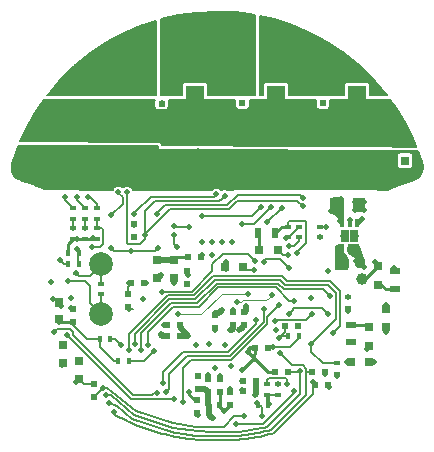
<source format=gbr>
G04 #@! TF.GenerationSoftware,KiCad,Pcbnew,(5.1.5)-3*
G04 #@! TF.CreationDate,2020-08-22T17:19:44-02:30*
G04 #@! TF.ProjectId,Thruster_Controller_V2,54687275-7374-4657-925f-436f6e74726f,rev?*
G04 #@! TF.SameCoordinates,Original*
G04 #@! TF.FileFunction,Copper,L1,Top*
G04 #@! TF.FilePolarity,Positive*
%FSLAX46Y46*%
G04 Gerber Fmt 4.6, Leading zero omitted, Abs format (unit mm)*
G04 Created by KiCad (PCBNEW (5.1.5)-3) date 2020-08-22 17:19:44*
%MOMM*%
%LPD*%
G04 APERTURE LIST*
%ADD10R,1.600000X3.500000*%
%ADD11R,0.500000X0.600000*%
%ADD12C,4.000000*%
%ADD13R,0.750000X0.800000*%
%ADD14R,0.800000X0.750000*%
%ADD15R,0.800000X0.800000*%
%ADD16R,0.400000X0.600000*%
%ADD17R,0.600000X0.500000*%
%ADD18R,0.600000X0.400000*%
%ADD19R,2.500000X1.850000*%
%ADD20C,2.000000*%
%ADD21R,0.900000X0.500000*%
%ADD22C,1.000000*%
%ADD23R,1.000000X1.250000*%
%ADD24R,0.500000X0.900000*%
%ADD25R,0.800000X1.000000*%
%ADD26R,0.350000X0.650000*%
%ADD27C,0.500000*%
%ADD28C,0.250000*%
%ADD29C,0.500000*%
%ADD30C,0.127000*%
%ADD31C,0.101600*%
%ADD32C,0.200000*%
G04 APERTURE END LIST*
D10*
X98150000Y-93500000D03*
X98150000Y-88100000D03*
D11*
X102250000Y-106600000D03*
X102250000Y-105500000D03*
X97475000Y-103150000D03*
X97475000Y-102050000D03*
D12*
X91950000Y-84400000D03*
X99800000Y-82600000D03*
X107800000Y-84150000D03*
D13*
X96350000Y-101150000D03*
X96350000Y-102650000D03*
X94950000Y-102650000D03*
X94950000Y-101150000D03*
D14*
X102200000Y-101725000D03*
X100700000Y-101725000D03*
D15*
X103575000Y-100300000D03*
X105175000Y-100300000D03*
X113625000Y-103225000D03*
X113625000Y-101625000D03*
D16*
X100180000Y-113440000D03*
X99280000Y-113440000D03*
D15*
X115925000Y-92725000D03*
X115925000Y-91125000D03*
D17*
X104900000Y-110600000D03*
X106000000Y-110600000D03*
X108300000Y-111700000D03*
X109400000Y-111700000D03*
D11*
X89550000Y-112700000D03*
X89550000Y-111600000D03*
D17*
X109150000Y-110650000D03*
X108050000Y-110650000D03*
D11*
X92950000Y-98125000D03*
X92950000Y-99225000D03*
D18*
X88800000Y-97650000D03*
X88800000Y-96750000D03*
X87800000Y-97650000D03*
X87800000Y-96750000D03*
X89800000Y-96750000D03*
X89800000Y-97650000D03*
X88800000Y-98450000D03*
X88800000Y-99350000D03*
X87800000Y-98450000D03*
X87800000Y-99350000D03*
X89800000Y-99350000D03*
X89800000Y-98450000D03*
D16*
X88300000Y-101500000D03*
X87400000Y-101500000D03*
X88300000Y-100500000D03*
X87400000Y-100500000D03*
D19*
X89900000Y-89175000D03*
X89825000Y-93550000D03*
D16*
X106900000Y-107600000D03*
X106000000Y-107600000D03*
D11*
X87800000Y-105250000D03*
X87800000Y-106350000D03*
D13*
X86600000Y-104650000D03*
X86600000Y-106150000D03*
D18*
X90200000Y-104050000D03*
X90200000Y-103150000D03*
D20*
X90200000Y-101500000D03*
X90200000Y-105700000D03*
D15*
X112825000Y-106775000D03*
X112825000Y-108375000D03*
D21*
X111375000Y-108100000D03*
X111375000Y-106600000D03*
D22*
X112275000Y-102750000D03*
D10*
X105000000Y-88100000D03*
X105000000Y-93500000D03*
X111850000Y-93500000D03*
X111850000Y-88100000D03*
D23*
X112050000Y-96450000D03*
X110050000Y-96450000D03*
D14*
X110625000Y-101425000D03*
X112125000Y-101425000D03*
D17*
X98600000Y-100900000D03*
X97500000Y-100900000D03*
X107850000Y-87850000D03*
X108950000Y-87850000D03*
X102150000Y-87850000D03*
X101050000Y-87850000D03*
X94200000Y-87900000D03*
X95300000Y-87900000D03*
D13*
X114275000Y-105300000D03*
X114275000Y-106800000D03*
D14*
X112825000Y-109775000D03*
X111325000Y-109775000D03*
D11*
X98350000Y-112050000D03*
X98350000Y-110950000D03*
D13*
X86950000Y-109850000D03*
X86950000Y-108350000D03*
D11*
X100250000Y-112275000D03*
X100250000Y-111175000D03*
D13*
X88325000Y-109675000D03*
X88325000Y-111175000D03*
D11*
X101125000Y-112275000D03*
X101125000Y-113375000D03*
D17*
X103275000Y-111375000D03*
X102175000Y-111375000D03*
D11*
X99225000Y-112275000D03*
X99225000Y-111175000D03*
D17*
X102175000Y-112225000D03*
X103275000Y-112225000D03*
X103190000Y-108600000D03*
X104290000Y-108600000D03*
D11*
X98300000Y-114075000D03*
X98300000Y-112975000D03*
D17*
X105720000Y-106720000D03*
X106820000Y-106720000D03*
X92675000Y-103100000D03*
X93775000Y-103100000D03*
D11*
X92500000Y-105125000D03*
X92500000Y-104025000D03*
X101375000Y-106600000D03*
X101375000Y-105500000D03*
D17*
X96825000Y-107525000D03*
X95725000Y-107525000D03*
X95725000Y-106650000D03*
X96825000Y-106650000D03*
D11*
X99850000Y-106850000D03*
X99850000Y-105750000D03*
D18*
X106975000Y-98325000D03*
X106975000Y-99225000D03*
X104225000Y-112550000D03*
X104225000Y-111650000D03*
X105975000Y-98325000D03*
X105975000Y-99225000D03*
D24*
X104925000Y-98875000D03*
X103425000Y-98875000D03*
D16*
X104350000Y-113425000D03*
X103450000Y-113425000D03*
D18*
X105200000Y-112550000D03*
X105200000Y-111650000D03*
D21*
X115050000Y-103600000D03*
X115050000Y-102100000D03*
D18*
X108700000Y-98300000D03*
X108700000Y-99200000D03*
X110150000Y-109850000D03*
X110150000Y-110750000D03*
X111050000Y-105200000D03*
X111050000Y-104300000D03*
D16*
X91625000Y-109700000D03*
X92525000Y-109700000D03*
X90975000Y-107800000D03*
X90075000Y-107800000D03*
D25*
X110820000Y-99075000D03*
X111620000Y-99075000D03*
D26*
X110570000Y-98025000D03*
X111220000Y-98025000D03*
X111870000Y-98025000D03*
X111870000Y-100125000D03*
X111220000Y-100125000D03*
X110570000Y-100125000D03*
D22*
X84775000Y-90050000D03*
D27*
X107500000Y-84800000D03*
X86100000Y-104400000D03*
X108300000Y-82400000D03*
X107300000Y-82400000D03*
X109400000Y-83200000D03*
X108400000Y-83200000D03*
X107600000Y-83200000D03*
X106800000Y-83200000D03*
X108800000Y-84000000D03*
X108000000Y-84000000D03*
X107200000Y-84000000D03*
X106400000Y-84000000D03*
X99500000Y-80700000D03*
X100200000Y-81600000D03*
X98900000Y-81600000D03*
X98200000Y-82400000D03*
X99100000Y-82400000D03*
X100200000Y-82400000D03*
X101200000Y-82400000D03*
X100700000Y-83200000D03*
X99600000Y-83200000D03*
X98600000Y-83200000D03*
X100200000Y-84000000D03*
X99100000Y-84000000D03*
X93300000Y-83300000D03*
X92800000Y-82600000D03*
X91600000Y-82600000D03*
X92200000Y-83300000D03*
X91600000Y-84000000D03*
X91100000Y-83300000D03*
X89750000Y-92775000D03*
X89800000Y-93800000D03*
X100650000Y-108300000D03*
X99325000Y-108275000D03*
X88075000Y-111425000D03*
X86850000Y-110050000D03*
X88275000Y-109675000D03*
X86900000Y-108250000D03*
X111875000Y-89675000D03*
X111875000Y-88950000D03*
X111150000Y-88950000D03*
X111150000Y-89675000D03*
X104225000Y-89575000D03*
X104275000Y-88925000D03*
X92125000Y-89425000D03*
X109750000Y-89425000D03*
X108900000Y-89425000D03*
X108125000Y-89425000D03*
X107375000Y-89425000D03*
X106725000Y-89425000D03*
X105950000Y-89425000D03*
X107350000Y-90900000D03*
X105975000Y-90900000D03*
X100850000Y-89425000D03*
X100050000Y-89425000D03*
X99225000Y-89425000D03*
X98425000Y-89425000D03*
X97775000Y-89425000D03*
X97150000Y-89425000D03*
X97150000Y-90900000D03*
X98425000Y-90900000D03*
X91325000Y-89425000D03*
X90575000Y-89425000D03*
X89700000Y-89425000D03*
X88925000Y-89425000D03*
X88200000Y-89425000D03*
X110425000Y-97800000D03*
X110450000Y-95975000D03*
X110425000Y-96975000D03*
X109625000Y-96975000D03*
X96387500Y-101112500D03*
X112300000Y-97625000D03*
X89250000Y-90100000D03*
X88400000Y-90050000D03*
X97775000Y-90900000D03*
X97450000Y-90150000D03*
X98100000Y-90150000D03*
X106700000Y-90900000D03*
X106350000Y-90175000D03*
X107025000Y-90175000D03*
X97500000Y-100900000D03*
X83850000Y-90825000D03*
X85450000Y-87725000D03*
X95525000Y-101150000D03*
X86175000Y-90525000D03*
X87175000Y-89650000D03*
X87100000Y-90375000D03*
X93400000Y-90400000D03*
X93350000Y-89200000D03*
X94000000Y-89775000D03*
X87950000Y-90700000D03*
X88800000Y-90700000D03*
X87650000Y-89000000D03*
X86700000Y-101150000D03*
X88825000Y-92700000D03*
X88825000Y-93450000D03*
X88850000Y-94250000D03*
X98375000Y-91925000D03*
X97800000Y-92450000D03*
X98375000Y-92850000D03*
X97825000Y-93600000D03*
X98325000Y-94250000D03*
X97800000Y-94925000D03*
X104475000Y-94975000D03*
X104475000Y-92775000D03*
X104800000Y-92050000D03*
X104125000Y-92050000D03*
X103025000Y-93525000D03*
X103025000Y-94300000D03*
X104075000Y-94300000D03*
X104075000Y-93550000D03*
X104825000Y-93550000D03*
X104825000Y-94300000D03*
X102050000Y-94275000D03*
X102050000Y-93550000D03*
X112275000Y-94850000D03*
X111425000Y-94850000D03*
X111150000Y-92825000D03*
X111800000Y-92825000D03*
X111800000Y-92125000D03*
X113725000Y-93550000D03*
X110975000Y-93575000D03*
X111775000Y-93575000D03*
X112825000Y-93575000D03*
X113725000Y-94275000D03*
X112825000Y-94275000D03*
X111775000Y-94275000D03*
X110975000Y-94275000D03*
X111675000Y-96925000D03*
X111675000Y-96200000D03*
X111800000Y-99100000D03*
X110625000Y-99100000D03*
X111750000Y-101250000D03*
X112400000Y-101700000D03*
X111850000Y-100400000D03*
X111225000Y-100400000D03*
X111225000Y-97775000D03*
X112425000Y-96200000D03*
X112400000Y-96925000D03*
X102150000Y-111350000D03*
X93220000Y-94340000D03*
X94090000Y-94350000D03*
X95130000Y-94340000D03*
X96010000Y-94340000D03*
X96020000Y-93630000D03*
X95140000Y-93630000D03*
X94080000Y-93620000D03*
X93240000Y-93620000D03*
X101100000Y-112050000D03*
X102100000Y-112125000D03*
X102100000Y-110450000D03*
X100275000Y-110975000D03*
X98175000Y-108300000D03*
X99825000Y-107075000D03*
X97525000Y-107525000D03*
X99550000Y-100700000D03*
X98750000Y-100700000D03*
X101250000Y-99600000D03*
X100400000Y-99600000D03*
X99550000Y-99600000D03*
X98750000Y-99600000D03*
X114975000Y-101850000D03*
X99200000Y-110850000D03*
X97649986Y-112300000D03*
X92550000Y-103075000D03*
X102654510Y-108936359D03*
X93725000Y-104475000D03*
X101197677Y-110115974D03*
X99800000Y-110265521D03*
X100775000Y-101275000D03*
X113275000Y-109800000D03*
X114275000Y-107200000D03*
X98350000Y-110950034D03*
X101100000Y-107100000D03*
X101824978Y-107100000D03*
X106820040Y-106720040D03*
X107950000Y-104375000D03*
X114813500Y-93250000D03*
X96325000Y-103049990D03*
X87775000Y-93725000D03*
X86950000Y-93175000D03*
X86350000Y-92400000D03*
X87200000Y-92250000D03*
X87875000Y-92800000D03*
X88150000Y-91925000D03*
X86700000Y-91700000D03*
X84475000Y-94375000D03*
X83575000Y-93875000D03*
X83625000Y-92175000D03*
X89150000Y-91850000D03*
X89775000Y-94800000D03*
X87656250Y-104356250D03*
X87593750Y-105193750D03*
X86750000Y-105050000D03*
X109100000Y-110800000D03*
X109450000Y-111850000D03*
X89511500Y-99250000D03*
X88100000Y-99350000D03*
X97475000Y-103150012D03*
X97575000Y-102375000D03*
X97600000Y-98350000D03*
X96359479Y-98250000D03*
X95299998Y-87873785D03*
X102150000Y-87850000D03*
X108950000Y-87850000D03*
X102149984Y-98100000D03*
X104600000Y-96650000D03*
X103144445Y-101946005D03*
X100601659Y-113936902D03*
X110425000Y-100325000D03*
X110925000Y-101225000D03*
X110325000Y-101675000D03*
X104764079Y-108464597D03*
X105850000Y-99275000D03*
X113400000Y-101275000D03*
X112725000Y-108675000D03*
X111075000Y-105475000D03*
X109200000Y-98350000D03*
X111000000Y-109800000D03*
X114275000Y-104925000D03*
X109400000Y-102100000D03*
X99625000Y-114550000D03*
X95488024Y-106639664D03*
X101379913Y-105359776D03*
X106014732Y-100682313D03*
X85900000Y-103000000D03*
X86650002Y-106350000D03*
X110150000Y-110950000D03*
X115971538Y-92730819D03*
X89600000Y-84800000D03*
X90575000Y-84000000D03*
X91000000Y-84800000D03*
X90300000Y-84800000D03*
X88875000Y-84800000D03*
X88200000Y-84800000D03*
X94300000Y-85350000D03*
X89600000Y-84000000D03*
X90100000Y-83300000D03*
X94300000Y-83300000D03*
X93800000Y-82600000D03*
X93300000Y-81800000D03*
X92300000Y-82000000D03*
X94300000Y-81800000D03*
X87100000Y-95800000D03*
X98475000Y-84925000D03*
X99925000Y-84925000D03*
X99225000Y-84925000D03*
X97725000Y-84925000D03*
X97075000Y-84925000D03*
X97400000Y-84000000D03*
X98200000Y-84000000D03*
X96700000Y-83200000D03*
X97700000Y-83200000D03*
X101588500Y-83211500D03*
X102600000Y-83200000D03*
X102100000Y-82400000D03*
X97200000Y-82400000D03*
X95900000Y-82400000D03*
X96700000Y-81600000D03*
X97800000Y-81600000D03*
X101700000Y-81600000D03*
X102800000Y-81600000D03*
X102300000Y-80700000D03*
X101000000Y-80700000D03*
X98300000Y-80700000D03*
X97300000Y-80700000D03*
X95800000Y-80800000D03*
X102800000Y-85200000D03*
X88100000Y-95800000D03*
X108930000Y-84820000D03*
X108200000Y-84810000D03*
X106760000Y-84800000D03*
X106060000Y-84800000D03*
X109900000Y-84000000D03*
X105900000Y-83200000D03*
X105000000Y-83200000D03*
X104100000Y-83200000D03*
X104500000Y-82400000D03*
X105400000Y-82400000D03*
X106400000Y-82400000D03*
X104000000Y-81600000D03*
X105000000Y-81600000D03*
X106000000Y-81600000D03*
X104500000Y-80900000D03*
X104000000Y-85600000D03*
X89100000Y-95800000D03*
X108700000Y-99200000D03*
X94128171Y-108301829D03*
X106475000Y-104625000D03*
X107975000Y-108225000D03*
X93066044Y-108286579D03*
X92528107Y-108761893D03*
X109825000Y-107300000D03*
X109575000Y-104150000D03*
X111050000Y-104300000D03*
X93590561Y-108750149D03*
X88044181Y-102246538D03*
X87350874Y-102896930D03*
X98728310Y-97400012D03*
X103700000Y-96640521D03*
X105500000Y-96699986D03*
X104250000Y-97936490D03*
X96612624Y-100038838D03*
X96361786Y-99000893D03*
X96340000Y-112920000D03*
X87299984Y-107500000D03*
X94911697Y-112356081D03*
X86200000Y-107200000D03*
X95649998Y-112290000D03*
X103988510Y-105255977D03*
X95386487Y-111580841D03*
X103290513Y-106200000D03*
X106075000Y-99975000D03*
X95325000Y-103800000D03*
X103232816Y-101251596D03*
X95225000Y-102425000D03*
X107000000Y-110540000D03*
X90628796Y-112594713D03*
X88800000Y-98450000D03*
X102274950Y-114376817D03*
X90349393Y-111950607D03*
X89450000Y-100000000D03*
X108130000Y-111440000D03*
X91262358Y-113986777D03*
X87800000Y-98450000D03*
X92950000Y-99225000D03*
X95025000Y-100100000D03*
X91000000Y-100100000D03*
X106486500Y-112265000D03*
X101575607Y-115000607D03*
X92750000Y-100375000D03*
X92936500Y-98150000D03*
X95275010Y-107425000D03*
X98409412Y-114281262D03*
X100378302Y-105355173D03*
X102475377Y-105048365D03*
X103248812Y-112532685D03*
X105225000Y-107750000D03*
X94000000Y-103100002D03*
X92550000Y-105275000D03*
X104962566Y-107022171D03*
X108000001Y-105714476D03*
X104864015Y-106329131D03*
X107250000Y-96586500D03*
X93875000Y-99025000D03*
X100640561Y-95689635D03*
X92375000Y-95407468D03*
X99950000Y-95575000D03*
X92925008Y-97264330D03*
X107285906Y-95860270D03*
X94875000Y-97200000D03*
X91000000Y-97350000D03*
X91651379Y-95407468D03*
X104414689Y-113326490D03*
X105950001Y-111628680D03*
X104925000Y-98963510D03*
X101675000Y-104725000D03*
X106725000Y-100525000D03*
X104625000Y-104100000D03*
X103403601Y-113215358D03*
X103772225Y-114365735D03*
X105199908Y-111650000D03*
X94680793Y-108820917D03*
X91850000Y-108290000D03*
X109400000Y-105725000D03*
X111375000Y-108100000D03*
X106075000Y-105675000D03*
X96725000Y-105700000D03*
X102650000Y-103999190D03*
X97100000Y-113150000D03*
X106050000Y-101775000D03*
X103931653Y-101292134D03*
X105275000Y-104975000D03*
X105296458Y-108986500D03*
X90875000Y-113250000D03*
X88141018Y-100224099D03*
D28*
X96600000Y-100900000D02*
X96387500Y-101112500D01*
X97500000Y-100900000D02*
X97500000Y-100900000D01*
X111870000Y-98025000D02*
X111900000Y-98025000D01*
X111900000Y-98025000D02*
X112300000Y-97625000D01*
X97500000Y-100900000D02*
X96600000Y-100900000D01*
X115975062Y-91024938D02*
X115975062Y-91125000D01*
X116000000Y-91000000D02*
X115975062Y-91024938D01*
D29*
X94950000Y-101150000D02*
X95525000Y-101150000D01*
X95525000Y-101150000D02*
X96350000Y-101150000D01*
D30*
X87350000Y-101500000D02*
X87050000Y-101500000D01*
X87050000Y-101500000D02*
X86700000Y-101150000D01*
D28*
X115050000Y-102100000D02*
X115050000Y-101925000D01*
X115050000Y-101925000D02*
X114975000Y-101850000D01*
D29*
X99225000Y-110875000D02*
X99200000Y-110850000D01*
X99225000Y-111175000D02*
X99225000Y-110875000D01*
X96825000Y-107525000D02*
X97525000Y-107525000D01*
X96825000Y-106825000D02*
X97525000Y-107525000D01*
X96825000Y-106650000D02*
X96825000Y-106825000D01*
D28*
X97649986Y-112524986D02*
X97649986Y-112300000D01*
X98300000Y-112975000D02*
X98100000Y-112975000D01*
X98100000Y-112975000D02*
X97649986Y-112524986D01*
D30*
X92850000Y-103150000D02*
X92625000Y-103150000D01*
X92625000Y-103150000D02*
X92550000Y-103075000D01*
X102654510Y-108608490D02*
X102654510Y-108936359D01*
X102763000Y-108500000D02*
X102654510Y-108608490D01*
X103190000Y-108500000D02*
X102763000Y-108500000D01*
X92500000Y-103400000D02*
X92800000Y-103100000D01*
X92500000Y-104000000D02*
X92500000Y-103400000D01*
X100750000Y-102050000D02*
X100750000Y-101300000D01*
X100750000Y-101300000D02*
X100775000Y-101275000D01*
X112825000Y-109775000D02*
X113250000Y-109775000D01*
X113250000Y-109775000D02*
X113275000Y-109800000D01*
X114275000Y-106800000D02*
X114275000Y-107200000D01*
D29*
X98350000Y-110950000D02*
X98350000Y-110950034D01*
X102074977Y-106850001D02*
X101824978Y-107100000D01*
X102250000Y-106674978D02*
X102074977Y-106850001D01*
X102250000Y-106600000D02*
X102250000Y-106674978D01*
D30*
X106820000Y-106720000D02*
X106820040Y-106720040D01*
D28*
X96350000Y-102650000D02*
X96325000Y-102675000D01*
X96325000Y-102696437D02*
X96325000Y-103049990D01*
X96325000Y-102675000D02*
X96325000Y-102696437D01*
D29*
X101225000Y-107100000D02*
X101100000Y-107100000D01*
X101375000Y-106600000D02*
X101375000Y-106950000D01*
X101375000Y-106950000D02*
X101225000Y-107100000D01*
X99850000Y-107050000D02*
X99825000Y-107075000D01*
D30*
X86400000Y-105050000D02*
X86750000Y-105050000D01*
X86750000Y-105050000D02*
X86790000Y-105050000D01*
X88750000Y-111600000D02*
X88325000Y-111175000D01*
X89550000Y-111600000D02*
X88750000Y-111600000D01*
X109150000Y-110650000D02*
X109150000Y-110750000D01*
X109150000Y-110750000D02*
X109100000Y-110800000D01*
X109400000Y-111700000D02*
X109400000Y-111800000D01*
X109400000Y-111800000D02*
X109450000Y-111850000D01*
X89800000Y-99350000D02*
X89611500Y-99350000D01*
X89611500Y-99350000D02*
X89511500Y-99250000D01*
D28*
X87800000Y-99350000D02*
X88100000Y-99350000D01*
X88800000Y-99350000D02*
X89800000Y-99350000D01*
X87400000Y-99750000D02*
X87400000Y-100500000D01*
X87800000Y-99350000D02*
X87400000Y-99750000D01*
X88100000Y-99350000D02*
X88800000Y-99350000D01*
X104900000Y-110600000D02*
X104318151Y-110600000D01*
X103190000Y-109100000D02*
X103190000Y-108600000D01*
X103108151Y-109181849D02*
X103190000Y-109100000D01*
X102900000Y-109181849D02*
X103108151Y-109181849D01*
X102959075Y-109590925D02*
X102100000Y-110450000D01*
X103309075Y-109590925D02*
X102959075Y-109590925D01*
X103309075Y-109590925D02*
X102900000Y-109181849D01*
X104318151Y-110600000D02*
X103309075Y-109590925D01*
X102900000Y-109181849D02*
X102654510Y-108936359D01*
X102746883Y-108600000D02*
X102696452Y-108650431D01*
X103190000Y-108600000D02*
X102746883Y-108600000D01*
D30*
X97550000Y-102450000D02*
X97550000Y-102375002D01*
X97550000Y-102375002D02*
X97600000Y-102325002D01*
X97600000Y-98350000D02*
X96459479Y-98350000D01*
X96459479Y-98350000D02*
X96359479Y-98250000D01*
X102149984Y-98100000D02*
X103150000Y-98100000D01*
X103150000Y-98100000D02*
X104600000Y-96650000D01*
X102790892Y-101946005D02*
X103144445Y-101946005D01*
X102353995Y-101946005D02*
X102790892Y-101946005D01*
D28*
X100250000Y-113370000D02*
X100180000Y-113440000D01*
X100250000Y-112275000D02*
X100250000Y-113370000D01*
X100613098Y-113936902D02*
X100601659Y-113936902D01*
X100180000Y-113515244D02*
X100351660Y-113686903D01*
X100351660Y-113686903D02*
X100601659Y-113936902D01*
X101125000Y-113425000D02*
X100613098Y-113936902D01*
X101125000Y-113375000D02*
X101125000Y-113425000D01*
X100180000Y-113440000D02*
X100180000Y-113515244D01*
D30*
X104728676Y-108500000D02*
X104764079Y-108464597D01*
X104290000Y-108500000D02*
X104728676Y-108500000D01*
D28*
X113625000Y-101625000D02*
X113625000Y-101500000D01*
X113625000Y-101500000D02*
X113400000Y-101275000D01*
X112500000Y-102750000D02*
X113625000Y-101625000D01*
X112275000Y-102750000D02*
X112500000Y-102750000D01*
D29*
X99225000Y-113385000D02*
X99280000Y-113440000D01*
X99225000Y-112275000D02*
X99225000Y-113385000D01*
D30*
X106075000Y-99225000D02*
X106975000Y-98325000D01*
X105975000Y-99225000D02*
X106075000Y-99225000D01*
D28*
X112825000Y-108375000D02*
X112825000Y-108575000D01*
X112825000Y-108575000D02*
X112725000Y-108675000D01*
D30*
X111050000Y-105200000D02*
X111050000Y-105450000D01*
X111050000Y-105450000D02*
X111075000Y-105475000D01*
X108700000Y-98300000D02*
X109150000Y-98300000D01*
X109150000Y-98300000D02*
X109200000Y-98350000D01*
X111325000Y-109775000D02*
X111025000Y-109775000D01*
X111025000Y-109775000D02*
X111000000Y-109800000D01*
X114275000Y-105300000D02*
X114275000Y-104925000D01*
X90075000Y-108227000D02*
X90075000Y-107800000D01*
X90075000Y-108477000D02*
X90075000Y-108227000D01*
X91298000Y-109700000D02*
X90075000Y-108477000D01*
X91625000Y-109700000D02*
X91298000Y-109700000D01*
X106900000Y-107700000D02*
X106900000Y-107600000D01*
X106135403Y-108464597D02*
X106900000Y-107700000D01*
X104764079Y-108464597D02*
X106135403Y-108464597D01*
D29*
X99000000Y-112050000D02*
X99225000Y-112275000D01*
X98350000Y-112050000D02*
X99000000Y-112050000D01*
X99280000Y-113440000D02*
X99280000Y-114240000D01*
X99590000Y-114550000D02*
X99625000Y-114550000D01*
X99280000Y-114240000D02*
X99590000Y-114550000D01*
D30*
X105175000Y-100300000D02*
X105557313Y-100682313D01*
X105557313Y-100682313D02*
X105661179Y-100682313D01*
X105661179Y-100682313D02*
X106014732Y-100682313D01*
X87800000Y-106620000D02*
X87800000Y-106350000D01*
X90075000Y-107800000D02*
X88980000Y-107800000D01*
X88980000Y-107800000D02*
X87800000Y-106620000D01*
D28*
X87800000Y-106350000D02*
X86650002Y-106350000D01*
D30*
X110150000Y-110750000D02*
X110150000Y-110950000D01*
D28*
X103575000Y-99025000D02*
X103425000Y-98875000D01*
X103575000Y-100300000D02*
X103575000Y-99025000D01*
X113625000Y-103225000D02*
X113900000Y-103225000D01*
X114275000Y-103600000D02*
X115050000Y-103600000D01*
X113900000Y-103225000D02*
X114275000Y-103600000D01*
D30*
X93600000Y-85350000D02*
X92550000Y-84300000D01*
X94300000Y-85350000D02*
X93600000Y-85350000D01*
X87100000Y-96050000D02*
X87800000Y-96750000D01*
X87100000Y-95800000D02*
X87100000Y-96050000D01*
X101027000Y-82650000D02*
X100650000Y-82650000D01*
X101588500Y-83211500D02*
X101027000Y-82650000D01*
X101588500Y-83211500D02*
X102800000Y-84423000D01*
X102800000Y-84423000D02*
X102800000Y-85200000D01*
X88100000Y-96050000D02*
X88800000Y-96750000D01*
X88100000Y-95800000D02*
X88100000Y-96050000D01*
X89200000Y-95800000D02*
X89100000Y-95800000D01*
X89800000Y-96750000D02*
X89800000Y-96400000D01*
X89800000Y-96400000D02*
X89200000Y-95800000D01*
X104946449Y-103450002D02*
X106121447Y-104625000D01*
X98441956Y-105108044D02*
X100099998Y-103450002D01*
X96242661Y-105108044D02*
X98441956Y-105108044D01*
X94128171Y-108301829D02*
X94128171Y-107222534D01*
X106121447Y-104625000D02*
X106475000Y-104625000D01*
X94128171Y-107222534D02*
X96242661Y-105108044D01*
X100099998Y-103450002D02*
X104946449Y-103450002D01*
X105771974Y-103245981D02*
X105321973Y-102795980D01*
X109430962Y-103245981D02*
X105771974Y-103245981D01*
X105321973Y-102795980D02*
X99829096Y-102795980D01*
X107975000Y-108225000D02*
X110088500Y-106111500D01*
X93066044Y-107359735D02*
X93066044Y-107933026D01*
X93066044Y-107933026D02*
X93066044Y-108286579D01*
X99829096Y-102795980D02*
X98171056Y-104454022D01*
X110088500Y-106111500D02*
X110088500Y-103903519D01*
X95971757Y-104454022D02*
X93066044Y-107359735D01*
X98171056Y-104454022D02*
X95971757Y-104454022D01*
X110088500Y-103903519D02*
X109430962Y-103245981D01*
X107975000Y-108892026D02*
X107975000Y-108225000D01*
X110150000Y-109850000D02*
X108932974Y-109850000D01*
X108932974Y-109850000D02*
X107975000Y-108892026D01*
X109566414Y-102918970D02*
X110415511Y-103768067D01*
X98035604Y-104127011D02*
X99693645Y-102468969D01*
X105918970Y-102918970D02*
X109566414Y-102918970D01*
X110415511Y-103768067D02*
X110415511Y-106709489D01*
X92528107Y-108761893D02*
X92528107Y-107435209D01*
X92528107Y-107435209D02*
X95836305Y-104127011D01*
X95836305Y-104127011D02*
X98035604Y-104127011D01*
X110074999Y-107050001D02*
X109825000Y-107300000D01*
X110415511Y-106709489D02*
X110074999Y-107050001D01*
X99693645Y-102468969D02*
X105468969Y-102468969D01*
X105468969Y-102468969D02*
X105918970Y-102918970D01*
X93590561Y-108396596D02*
X93590561Y-108750149D01*
X105186521Y-103122991D02*
X99964547Y-103122991D01*
X99964547Y-103122991D02*
X98306508Y-104781033D01*
X109575000Y-104150000D02*
X108997992Y-103572992D01*
X98306508Y-104781033D02*
X96107209Y-104781033D01*
X105636522Y-103572992D02*
X105186521Y-103122991D01*
X93590561Y-107297681D02*
X93590561Y-108396596D01*
X96107209Y-104781033D02*
X93590561Y-107297681D01*
X108997992Y-103572992D02*
X105636522Y-103572992D01*
X87860000Y-102300000D02*
X87913462Y-102246538D01*
X89200001Y-102499999D02*
X88297642Y-102499999D01*
X88297642Y-102499999D02*
X88044181Y-102246538D01*
X90200000Y-101500000D02*
X89200001Y-102499999D01*
X87913462Y-102246538D02*
X88044181Y-102246538D01*
X90200000Y-103150000D02*
X90200000Y-101500000D01*
X89250000Y-104750000D02*
X90200000Y-105700000D01*
X89250000Y-103350000D02*
X89250000Y-104750000D01*
X87350874Y-102896930D02*
X88796930Y-102896930D01*
X88796930Y-102896930D02*
X89250000Y-103350000D01*
X90200000Y-104050000D02*
X90200000Y-105700000D01*
X98728310Y-97400012D02*
X102940509Y-97400012D01*
X102940509Y-97400012D02*
X103700000Y-96640521D01*
X105500000Y-96699986D02*
X104263496Y-97936490D01*
X104263496Y-97936490D02*
X104250000Y-97936490D01*
X96361786Y-99788000D02*
X96361786Y-99000893D01*
X96612624Y-100038838D02*
X96361786Y-99788000D01*
X87549983Y-107749999D02*
X87299984Y-107500000D01*
X96340000Y-112920000D02*
X92719984Y-112920000D01*
X92719984Y-112920000D02*
X87549983Y-107749999D01*
X94693919Y-112356081D02*
X94911697Y-112356081D01*
X94500000Y-112550000D02*
X94693919Y-112356081D01*
X92950000Y-112550000D02*
X94500000Y-112550000D01*
X87813485Y-107253519D02*
X87546465Y-106986499D01*
X87813485Y-107513485D02*
X87813485Y-107253519D01*
X92950000Y-112550000D02*
X92850000Y-112550000D01*
X92850000Y-112550000D02*
X87813485Y-107513485D01*
X87546465Y-106986499D02*
X86413501Y-106986499D01*
X86413501Y-106986499D02*
X86200000Y-107200000D01*
X103938510Y-105305977D02*
X103988510Y-105255977D01*
X95899997Y-112040001D02*
X95899997Y-110800003D01*
X95649998Y-112290000D02*
X95899997Y-112040001D01*
X103938510Y-106396474D02*
X103938510Y-105305977D01*
X97450000Y-109250000D02*
X101084984Y-109250000D01*
X95899997Y-110800003D02*
X97450000Y-109250000D01*
X101084984Y-109250000D02*
X103938510Y-106396474D01*
X100921077Y-108922989D02*
X103290513Y-106553553D01*
X103290513Y-106553553D02*
X103290513Y-106200000D01*
X95386487Y-111580841D02*
X95386487Y-110626050D01*
X97089548Y-108922989D02*
X100921077Y-108922989D01*
X95386487Y-110626050D02*
X97089548Y-108922989D01*
X106552000Y-99975000D02*
X106075000Y-99975000D01*
X106975000Y-99225000D02*
X106975000Y-99552000D01*
X106975000Y-99552000D02*
X106552000Y-99975000D01*
X100475000Y-100625000D02*
X102606220Y-100625000D01*
X99600000Y-102100152D02*
X99600000Y-101500000D01*
X102606220Y-100625000D02*
X102982817Y-101001597D01*
X97900152Y-103800000D02*
X99600000Y-102100152D01*
X95325000Y-103800000D02*
X97900152Y-103800000D01*
X102982817Y-101001597D02*
X103232816Y-101251596D01*
X99600000Y-101500000D02*
X100475000Y-100625000D01*
D28*
X112650000Y-106600000D02*
X112825000Y-106775000D01*
X111375000Y-106600000D02*
X112650000Y-106600000D01*
D29*
X94950000Y-102650000D02*
X95000000Y-102650000D01*
X95000000Y-102650000D02*
X95225000Y-102425000D01*
D30*
X90982349Y-112594713D02*
X90628796Y-112594713D01*
X103969894Y-115327076D02*
X103778869Y-115370000D01*
X104220967Y-115266757D02*
X103969894Y-115327076D01*
X107000000Y-110540000D02*
X107000000Y-112487724D01*
X96306312Y-115388772D02*
X92925000Y-114225000D01*
X103778869Y-115370000D02*
X101825000Y-115675000D01*
X107000000Y-112487724D02*
X104220967Y-115266757D01*
X98350000Y-115650000D02*
X96306312Y-115388772D01*
X101825000Y-115675000D02*
X100625000Y-115725000D01*
X100625000Y-115725000D02*
X99675000Y-115725000D01*
X99675000Y-115725000D02*
X98350000Y-115650000D01*
X92925000Y-114225000D02*
X90982349Y-112594713D01*
X88800000Y-98450000D02*
X88800000Y-97650000D01*
X106940000Y-110600000D02*
X107000000Y-110540000D01*
X106000000Y-110600000D02*
X106940000Y-110600000D01*
X90702946Y-111950607D02*
X90349393Y-111950607D01*
X93100000Y-113875000D02*
X90702946Y-111950607D01*
X102274950Y-114376817D02*
X101448183Y-114376817D01*
X98175000Y-115275000D02*
X96285597Y-114905597D01*
X101448183Y-114376817D02*
X100550000Y-115275000D01*
X100550000Y-115275000D02*
X98175000Y-115275000D01*
X96285597Y-114905597D02*
X93100000Y-113875000D01*
X89800000Y-97650000D02*
X89800000Y-98450000D01*
X89600000Y-112700000D02*
X90349393Y-111950607D01*
X89550000Y-112700000D02*
X89600000Y-112700000D01*
X90227000Y-98450000D02*
X90363501Y-98586501D01*
X89800000Y-98450000D02*
X90227000Y-98450000D01*
X90124302Y-100000000D02*
X89450000Y-100000000D01*
X90363501Y-98586501D02*
X90363501Y-99760801D01*
X90363501Y-99760801D02*
X90124302Y-100000000D01*
X91262358Y-114199413D02*
X91262358Y-113986777D01*
X91857961Y-114512083D02*
X91619213Y-114390338D01*
X91619213Y-114390338D02*
X91382229Y-114265060D01*
X98794908Y-116396510D02*
X98527629Y-116376782D01*
X100937532Y-116412301D02*
X100937530Y-116412299D01*
X93077198Y-115067340D02*
X92830085Y-114963481D01*
X101472368Y-116376783D02*
X101205073Y-116396512D01*
X95103206Y-115764837D02*
X94845696Y-115690793D01*
X102005896Y-116325523D02*
X101739323Y-116353118D01*
X108130000Y-111440000D02*
X108130000Y-112464925D01*
X92098477Y-114630295D02*
X91857961Y-114512083D01*
X98527629Y-116376782D02*
X98260666Y-116353116D01*
X102537636Y-116258568D02*
X102272024Y-116294002D01*
X98260666Y-116353116D02*
X97994101Y-116325522D01*
X104378505Y-115901539D02*
X104117954Y-115964136D01*
X103331061Y-116128819D02*
X103067257Y-116175961D01*
X102272024Y-116294002D02*
X102005896Y-116325523D01*
X96932741Y-116175960D02*
X96668922Y-116128815D01*
X104805208Y-115789717D02*
X104638055Y-115835124D01*
X94845696Y-115690793D02*
X94589144Y-115612912D01*
X93827178Y-115356852D02*
X93575738Y-115264023D01*
X104117954Y-115964136D02*
X103856406Y-116022908D01*
X100937530Y-116412299D02*
X99062456Y-116412299D01*
X95361838Y-115835095D02*
X95103206Y-115764837D01*
X103067257Y-116175961D02*
X102802752Y-116219215D01*
X108130000Y-112464925D02*
X104805208Y-115789717D01*
X92830085Y-114963481D02*
X92584652Y-114856045D01*
X93575738Y-115264023D02*
X93325688Y-115167496D01*
X103856406Y-116022908D02*
X103594128Y-116077798D01*
X101205073Y-116396512D02*
X100937532Y-116412301D01*
X94333935Y-115531314D02*
X94079928Y-115445955D01*
X99062456Y-116412299D02*
X98794908Y-116396510D01*
X103594128Y-116077798D02*
X103331061Y-116128819D01*
X102802752Y-116219215D02*
X102537636Y-116258568D01*
X97197241Y-116219213D02*
X96932741Y-116175960D01*
X104638055Y-115835124D02*
X104378505Y-115901539D01*
X92340675Y-114744934D02*
X92098477Y-114630295D01*
X97994101Y-116325522D02*
X97727973Y-116294001D01*
X96668922Y-116128815D02*
X96405866Y-116077796D01*
X101739323Y-116353118D02*
X101472368Y-116376783D01*
X95621432Y-115901522D02*
X95361838Y-115835095D01*
X91382229Y-114265060D02*
X91262358Y-114199413D01*
X97727973Y-116294001D02*
X97462377Y-116258569D01*
X93325688Y-115167496D02*
X93077198Y-115067340D01*
X96405866Y-116077796D02*
X96143568Y-116022901D01*
X96143568Y-116022901D02*
X95882027Y-115964129D01*
X97462377Y-116258569D02*
X97197241Y-116219213D01*
X95882027Y-115964129D02*
X95621432Y-115901522D01*
X94589144Y-115612912D02*
X94333935Y-115531314D01*
X94079928Y-115445955D02*
X93827178Y-115356852D01*
X92584652Y-114856045D02*
X92340675Y-114744934D01*
X87800000Y-97650000D02*
X87800000Y-98450000D01*
X108140000Y-111450000D02*
X108130000Y-111440000D01*
X101929160Y-115000607D02*
X101575607Y-115000607D01*
X103872885Y-115000607D02*
X101929160Y-115000607D01*
X106486500Y-112265000D02*
X106486500Y-112386992D01*
X106486500Y-112386992D02*
X103872885Y-115000607D01*
X94750000Y-100375000D02*
X92750000Y-100375000D01*
X95025000Y-100100000D02*
X94750000Y-100375000D01*
X91000000Y-100100000D02*
X91275000Y-100375000D01*
X91275000Y-100375000D02*
X92750000Y-100375000D01*
D29*
X95375010Y-107525000D02*
X95275010Y-107425000D01*
X95725000Y-107525000D02*
X95375010Y-107525000D01*
X98300000Y-114171850D02*
X98409412Y-114281262D01*
X98300000Y-114075000D02*
X98300000Y-114171850D01*
X100083475Y-105650000D02*
X100128303Y-105605172D01*
X100128303Y-105605172D02*
X100378302Y-105355173D01*
X99850000Y-105650000D02*
X100083475Y-105650000D01*
X102475377Y-105401918D02*
X102475377Y-105048365D01*
X102377295Y-105500000D02*
X102475377Y-105401918D01*
X102250000Y-105500000D02*
X102377295Y-105500000D01*
X103275000Y-112506497D02*
X103248812Y-112532685D01*
X103275000Y-111375000D02*
X103275000Y-112506497D01*
D30*
X106000000Y-107600000D02*
X105375000Y-107600000D01*
X105375000Y-107600000D02*
X105225000Y-107750000D01*
X105720000Y-107255000D02*
X105474999Y-107500001D01*
X105720000Y-106720000D02*
X105720000Y-107255000D01*
X105474999Y-107500001D02*
X105225000Y-107750000D01*
X93900000Y-103100000D02*
X93999998Y-103100000D01*
X93999998Y-103100000D02*
X94000000Y-103100002D01*
X92850000Y-105300000D02*
X92575000Y-105300000D01*
X92575000Y-105300000D02*
X92550000Y-105275000D01*
X104986647Y-106206499D02*
X104864015Y-106329131D01*
X107507978Y-106206499D02*
X104986647Y-106206499D01*
X108000001Y-105714476D02*
X107507978Y-106206499D01*
X92489199Y-99788501D02*
X92375000Y-99674302D01*
X93875000Y-99025000D02*
X93875000Y-99378553D01*
X92375000Y-99674302D02*
X92375000Y-95761021D01*
X93875000Y-99378553D02*
X93465052Y-99788501D01*
X92375000Y-95761021D02*
X92375000Y-95407468D01*
X93465052Y-99788501D02*
X92489199Y-99788501D01*
X94772989Y-96127011D02*
X100203185Y-96127011D01*
X100203185Y-96127011D02*
X100390562Y-95939634D01*
X100390562Y-95939634D02*
X100640561Y-95689635D01*
X93875000Y-97025000D02*
X94772989Y-96127011D01*
X93875000Y-99025000D02*
X93875000Y-97025000D01*
X101685452Y-96127011D02*
X100985452Y-96827011D01*
X95997989Y-96827011D02*
X94000000Y-98825000D01*
X100985452Y-96827011D02*
X95997989Y-96827011D01*
X93875000Y-98925000D02*
X93875000Y-99025000D01*
X106790511Y-96127011D02*
X101685452Y-96127011D01*
X93975000Y-98825000D02*
X93875000Y-98925000D01*
X107250000Y-96586500D02*
X106790511Y-96127011D01*
X94000000Y-98825000D02*
X93975000Y-98825000D01*
X99725000Y-95800000D02*
X94389338Y-95800000D01*
X94389338Y-95800000D02*
X93175007Y-97014331D01*
X99950000Y-95575000D02*
X99725000Y-95800000D01*
X93175007Y-97014331D02*
X92925008Y-97264330D01*
X95124999Y-96950001D02*
X94875000Y-97200000D01*
X107035907Y-95610271D02*
X101739729Y-95610271D01*
X107285906Y-95860270D02*
X107035907Y-95610271D01*
X101739729Y-95610271D02*
X100850000Y-96500000D01*
X95575000Y-96500000D02*
X95124999Y-96950001D01*
X100850000Y-96500000D02*
X95575000Y-96500000D01*
X91651379Y-95456200D02*
X91651379Y-95407468D01*
X91025000Y-97325000D02*
X92000000Y-96350000D01*
X92000000Y-95804821D02*
X91651379Y-95456200D01*
X92000000Y-96350000D02*
X92000000Y-95804821D01*
X104225000Y-112550000D02*
X105200000Y-112550000D01*
X104225000Y-113136801D02*
X104414689Y-113326490D01*
X104414689Y-112514689D02*
X104414689Y-112972937D01*
X104414689Y-112972937D02*
X104414689Y-113326490D01*
X104225000Y-112550000D02*
X104225000Y-113136801D01*
X104350000Y-112450000D02*
X104414689Y-112514689D01*
X104225000Y-111323000D02*
X104421982Y-111126018D01*
X105950001Y-111275127D02*
X105950001Y-111628680D01*
X104421982Y-111126018D02*
X105800892Y-111126018D01*
X104225000Y-111650000D02*
X104225000Y-111323000D01*
X105800892Y-111126018D02*
X105950001Y-111275127D01*
D28*
X105475000Y-98325000D02*
X105975000Y-98325000D01*
X104925000Y-98875000D02*
X105475000Y-98325000D01*
D30*
X104925000Y-98875000D02*
X104925000Y-98963510D01*
X107485801Y-97861499D02*
X107538501Y-97914199D01*
X107538501Y-99711499D02*
X106974999Y-100275001D01*
X107538501Y-97914199D02*
X107538501Y-99711499D01*
X105975000Y-97998000D02*
X106111501Y-97861499D01*
X105975000Y-98325000D02*
X105975000Y-97998000D01*
X106974999Y-100275001D02*
X106725000Y-100525000D01*
X106111501Y-97861499D02*
X107485801Y-97861499D01*
D31*
X102205990Y-104547563D02*
X104177437Y-104547563D01*
X101675000Y-104725000D02*
X102028553Y-104725000D01*
X102028553Y-104725000D02*
X102205990Y-104547563D01*
X104375001Y-104349999D02*
X104625000Y-104100000D01*
X104177437Y-104547563D02*
X104375001Y-104349999D01*
D30*
X103403601Y-113215358D02*
X103772225Y-113583982D01*
X103772225Y-113583982D02*
X103772225Y-114365735D01*
X105200000Y-111650000D02*
X105199908Y-111650000D01*
X92600000Y-109675000D02*
X93826710Y-109675000D01*
X93826710Y-109675000D02*
X94430794Y-109070916D01*
X94430794Y-109070916D02*
X94680793Y-108820917D01*
X91360000Y-107800000D02*
X90975000Y-107800000D01*
X91850000Y-108290000D02*
X91360000Y-107800000D01*
X106550000Y-105200000D02*
X106324999Y-105425001D01*
X108875000Y-105200000D02*
X106550000Y-105200000D01*
X109400000Y-105725000D02*
X108875000Y-105200000D01*
X106324999Y-105425001D02*
X106075000Y-105675000D01*
D31*
X96725000Y-105700000D02*
X98675000Y-105700000D01*
X102296447Y-103999190D02*
X102650000Y-103999190D01*
X98675000Y-105700000D02*
X100375810Y-103999190D01*
X100375810Y-103999190D02*
X102296447Y-103999190D01*
D30*
X106050000Y-101775000D02*
X105317135Y-101042135D01*
X104181652Y-101042135D02*
X103931653Y-101292134D01*
X105317135Y-101042135D02*
X104181652Y-101042135D01*
X97100000Y-113150000D02*
X97100000Y-110250000D01*
X97100000Y-110250000D02*
X97772989Y-109577011D01*
X104265521Y-106531926D02*
X104265521Y-105984479D01*
X105025001Y-105224999D02*
X105275000Y-104975000D01*
X101220436Y-109577011D02*
X104265521Y-106531926D01*
X97772989Y-109577011D02*
X101220436Y-109577011D01*
X104265521Y-105984479D02*
X105025001Y-105224999D01*
X96142586Y-115687515D02*
X92775000Y-114575000D01*
X96728850Y-115807333D02*
X96470525Y-115757233D01*
X96987925Y-115853630D02*
X96728850Y-115807333D01*
X96212983Y-115703334D02*
X96142586Y-115687515D01*
X97508003Y-115934748D02*
X97247700Y-115896109D01*
X96470525Y-115757233D02*
X96212983Y-115703334D01*
X97768854Y-115969546D02*
X97508003Y-115934748D01*
X103529437Y-115757242D02*
X103271127Y-115807339D01*
X107550000Y-112523618D02*
X104554717Y-115518901D01*
X104299760Y-115584142D02*
X104043891Y-115645613D01*
X104043891Y-115645613D02*
X103786950Y-115703350D01*
X107246481Y-110026499D02*
X107550000Y-110330018D01*
X98030272Y-116000508D02*
X97768854Y-115969546D01*
X103271127Y-115807339D02*
X103012055Y-115853635D01*
X104554717Y-115518901D02*
X104299760Y-115584142D01*
X92775000Y-114575000D02*
X91500000Y-113500000D01*
X106336457Y-110026499D02*
X107246481Y-110026499D01*
X101425000Y-116050000D02*
X101183395Y-116070209D01*
X107550000Y-110330018D02*
X107550000Y-112523618D01*
X103786950Y-115703350D02*
X103529437Y-115757242D01*
X105296458Y-108986500D02*
X106336457Y-110026499D01*
X97247700Y-115896109D02*
X96987925Y-115853630D01*
X101969735Y-116000509D02*
X101708030Y-116027600D01*
X103012055Y-115853635D02*
X102752282Y-115896114D01*
X91500000Y-113500000D02*
X90875000Y-113250000D01*
X102752282Y-115896114D02*
X102492012Y-115934748D01*
X102492012Y-115934748D02*
X102231155Y-115969547D01*
X102231155Y-115969547D02*
X101969735Y-116000509D01*
X101708030Y-116027600D02*
X101425000Y-116050000D01*
X101183395Y-116070209D02*
X98816585Y-116070209D01*
X98816585Y-116070209D02*
X98554174Y-116050841D01*
X98554174Y-116050841D02*
X98291969Y-116027598D01*
X98291969Y-116027598D02*
X98030272Y-116000508D01*
X107623000Y-110650000D02*
X108050000Y-110650000D01*
X107550000Y-110577000D02*
X107623000Y-110650000D01*
X107550000Y-110330018D02*
X107550000Y-110577000D01*
X88250000Y-100550000D02*
X88300000Y-100500000D01*
X88250000Y-101500000D02*
X88250000Y-100550000D01*
D32*
G36*
X104809405Y-80749171D02*
G01*
X106375759Y-81257087D01*
X107889632Y-81904875D01*
X109338559Y-82687202D01*
X110710627Y-83597633D01*
X111994521Y-84628663D01*
X113179696Y-85771819D01*
X114256385Y-87017687D01*
X114377553Y-87186722D01*
X112951451Y-87186217D01*
X112951451Y-86350000D01*
X112945659Y-86291190D01*
X112928504Y-86234640D01*
X112900647Y-86182523D01*
X112863158Y-86136842D01*
X112817477Y-86099353D01*
X112765360Y-86071496D01*
X112708810Y-86054341D01*
X112650000Y-86048549D01*
X111050000Y-86048549D01*
X110991190Y-86054341D01*
X110934640Y-86071496D01*
X110882523Y-86099353D01*
X110836842Y-86136842D01*
X110799353Y-86182523D01*
X110771496Y-86234640D01*
X110754341Y-86291190D01*
X110748549Y-86350000D01*
X110748549Y-87185437D01*
X106101451Y-87183791D01*
X106101451Y-86350000D01*
X106095659Y-86291190D01*
X106078504Y-86234640D01*
X106050647Y-86182523D01*
X106013158Y-86136842D01*
X105967477Y-86099353D01*
X105915360Y-86071496D01*
X105858810Y-86054341D01*
X105800000Y-86048549D01*
X104200000Y-86048549D01*
X104141190Y-86054341D01*
X104084640Y-86071496D01*
X104032523Y-86099353D01*
X103986842Y-86136842D01*
X103949353Y-86182523D01*
X103921496Y-86234640D01*
X103904341Y-86291190D01*
X103898549Y-86350000D01*
X103898549Y-87183011D01*
X103650000Y-87182923D01*
X103650000Y-80486481D01*
X104809405Y-80749171D01*
G37*
X104809405Y-80749171D02*
X106375759Y-81257087D01*
X107889632Y-81904875D01*
X109338559Y-82687202D01*
X110710627Y-83597633D01*
X111994521Y-84628663D01*
X113179696Y-85771819D01*
X114256385Y-87017687D01*
X114377553Y-87186722D01*
X112951451Y-87186217D01*
X112951451Y-86350000D01*
X112945659Y-86291190D01*
X112928504Y-86234640D01*
X112900647Y-86182523D01*
X112863158Y-86136842D01*
X112817477Y-86099353D01*
X112765360Y-86071496D01*
X112708810Y-86054341D01*
X112650000Y-86048549D01*
X111050000Y-86048549D01*
X110991190Y-86054341D01*
X110934640Y-86071496D01*
X110882523Y-86099353D01*
X110836842Y-86136842D01*
X110799353Y-86182523D01*
X110771496Y-86234640D01*
X110754341Y-86291190D01*
X110748549Y-86350000D01*
X110748549Y-87185437D01*
X106101451Y-87183791D01*
X106101451Y-86350000D01*
X106095659Y-86291190D01*
X106078504Y-86234640D01*
X106050647Y-86182523D01*
X106013158Y-86136842D01*
X105967477Y-86099353D01*
X105915360Y-86071496D01*
X105858810Y-86054341D01*
X105800000Y-86048549D01*
X104200000Y-86048549D01*
X104141190Y-86054341D01*
X104084640Y-86071496D01*
X104032523Y-86099353D01*
X103986842Y-86136842D01*
X103949353Y-86182523D01*
X103921496Y-86234640D01*
X103904341Y-86291190D01*
X103898549Y-86350000D01*
X103898549Y-87183011D01*
X103650000Y-87182923D01*
X103650000Y-80486481D01*
X104809405Y-80749171D01*
G36*
X101571164Y-80168495D02*
G01*
X103203475Y-80385310D01*
X103250000Y-80395851D01*
X103250000Y-87182782D01*
X99251451Y-87181366D01*
X99251451Y-86350000D01*
X99245659Y-86291190D01*
X99228504Y-86234640D01*
X99200647Y-86182523D01*
X99163158Y-86136842D01*
X99117477Y-86099353D01*
X99065360Y-86071496D01*
X99008810Y-86054341D01*
X98950000Y-86048549D01*
X97350000Y-86048549D01*
X97291190Y-86054341D01*
X97234640Y-86071496D01*
X97182523Y-86099353D01*
X97136842Y-86136842D01*
X97099353Y-86182523D01*
X97071496Y-86234640D01*
X97054341Y-86291190D01*
X97048549Y-86350000D01*
X97048549Y-87180585D01*
X95250000Y-87179948D01*
X95250000Y-80741484D01*
X96650806Y-80412054D01*
X98281294Y-80181922D01*
X99925919Y-80100513D01*
X101571164Y-80168495D01*
G37*
X101571164Y-80168495D02*
X103203475Y-80385310D01*
X103250000Y-80395851D01*
X103250000Y-87182782D01*
X99251451Y-87181366D01*
X99251451Y-86350000D01*
X99245659Y-86291190D01*
X99228504Y-86234640D01*
X99200647Y-86182523D01*
X99163158Y-86136842D01*
X99117477Y-86099353D01*
X99065360Y-86071496D01*
X99008810Y-86054341D01*
X98950000Y-86048549D01*
X97350000Y-86048549D01*
X97291190Y-86054341D01*
X97234640Y-86071496D01*
X97182523Y-86099353D01*
X97136842Y-86136842D01*
X97099353Y-86182523D01*
X97071496Y-86234640D01*
X97054341Y-86291190D01*
X97048549Y-86350000D01*
X97048549Y-87180585D01*
X95250000Y-87179948D01*
X95250000Y-80741484D01*
X96650806Y-80412054D01*
X98281294Y-80181922D01*
X99925919Y-80100513D01*
X101571164Y-80168495D01*
G36*
X94850000Y-87179807D02*
G01*
X85622736Y-87176540D01*
X85652401Y-87134434D01*
X86718882Y-85879823D01*
X87894684Y-84727031D01*
X89170128Y-83685547D01*
X90534714Y-82763950D01*
X91977202Y-81969824D01*
X93485741Y-81309698D01*
X94850000Y-80854974D01*
X94850000Y-87179807D01*
G37*
X94850000Y-87179807D02*
X85622736Y-87176540D01*
X85652401Y-87134434D01*
X86718882Y-85879823D01*
X87894684Y-84727031D01*
X89170128Y-83685547D01*
X90534714Y-82763950D01*
X91977202Y-81969824D01*
X93485741Y-81309698D01*
X94850000Y-80854974D01*
X94850000Y-87179807D01*
G36*
X94911654Y-91499678D02*
G01*
X94948147Y-91509521D01*
X94965230Y-91526638D01*
X94978379Y-91575776D01*
X94998443Y-91650984D01*
X95005329Y-91669339D01*
X95015662Y-91685998D01*
X95024121Y-91695685D01*
X95078979Y-91750906D01*
X95094091Y-91763392D01*
X95111349Y-91772690D01*
X95123511Y-91776878D01*
X95198586Y-91797436D01*
X95224339Y-91800985D01*
X116999384Y-91944242D01*
X117318388Y-92819091D01*
X117355209Y-92938037D01*
X117402625Y-93173913D01*
X117403274Y-93398029D01*
X117360382Y-93617997D01*
X117275581Y-93825447D01*
X117152099Y-94012476D01*
X116994645Y-94171955D01*
X116809107Y-94297887D01*
X116588764Y-94391453D01*
X116578250Y-94394757D01*
X116578246Y-94394759D01*
X116578157Y-94394786D01*
X116492474Y-94421737D01*
X116492456Y-94421745D01*
X116492247Y-94421809D01*
X116406445Y-94448862D01*
X116406423Y-94448871D01*
X116406065Y-94448982D01*
X116320185Y-94476167D01*
X116320153Y-94476181D01*
X116319637Y-94476341D01*
X116229703Y-94504972D01*
X116229667Y-94504988D01*
X116229017Y-94505191D01*
X116149843Y-94530576D01*
X116149801Y-94530594D01*
X116149060Y-94530828D01*
X116071286Y-94555966D01*
X116071239Y-94555987D01*
X116070355Y-94556268D01*
X115987320Y-94583363D01*
X115987259Y-94583390D01*
X115986201Y-94583731D01*
X115902316Y-94611415D01*
X115902250Y-94611444D01*
X115901053Y-94611835D01*
X115819365Y-94639140D01*
X115819298Y-94639170D01*
X115818002Y-94639599D01*
X115742195Y-94665284D01*
X115742125Y-94665316D01*
X115740696Y-94665796D01*
X115657182Y-94694515D01*
X115657104Y-94694551D01*
X115655067Y-94695250D01*
X115538987Y-94736000D01*
X115538909Y-94736036D01*
X115536697Y-94736813D01*
X115457991Y-94765058D01*
X115457915Y-94765094D01*
X115455954Y-94765796D01*
X115377654Y-94794444D01*
X115377575Y-94794482D01*
X115375547Y-94795223D01*
X115301731Y-94822769D01*
X115301652Y-94822807D01*
X115299486Y-94823616D01*
X115225788Y-94851695D01*
X115225716Y-94851731D01*
X115223503Y-94852574D01*
X115152982Y-94880009D01*
X115152902Y-94880050D01*
X115150395Y-94881028D01*
X115075253Y-94910949D01*
X115075172Y-94910991D01*
X115072436Y-94912086D01*
X115000353Y-94941517D01*
X115000288Y-94941551D01*
X114997320Y-94942772D01*
X114924515Y-94973298D01*
X114924452Y-94973332D01*
X114921273Y-94974676D01*
X114850271Y-95005291D01*
X114850219Y-95005320D01*
X114846872Y-95006777D01*
X114776428Y-95038040D01*
X114776373Y-95038071D01*
X114772815Y-95039669D01*
X114704652Y-95070848D01*
X114704647Y-95070850D01*
X114704563Y-95070889D01*
X114704176Y-95071066D01*
X114704154Y-95071079D01*
X114700214Y-95072907D01*
X114625052Y-95108430D01*
X114625046Y-95108432D01*
X114624966Y-95108470D01*
X114624895Y-95108504D01*
X114624890Y-95108507D01*
X114620641Y-95110549D01*
X114550990Y-95144623D01*
X114550980Y-95144629D01*
X114546740Y-95146738D01*
X114509952Y-95165358D01*
X113731090Y-95174842D01*
X113713047Y-95174245D01*
X113417578Y-95151071D01*
X113413669Y-95150841D01*
X113394121Y-95150076D01*
X113390211Y-95150000D01*
X101375778Y-95150000D01*
X101356269Y-95151921D01*
X101337510Y-95157612D01*
X101327579Y-95162382D01*
X101322280Y-95165297D01*
X101308131Y-95175000D01*
X100835341Y-95175000D01*
X100800990Y-95160771D01*
X100694731Y-95139635D01*
X100586391Y-95139635D01*
X100480132Y-95160771D01*
X100445781Y-95175000D01*
X100327817Y-95175000D01*
X100300604Y-95147787D01*
X100210523Y-95087597D01*
X100110429Y-95046136D01*
X100004170Y-95025000D01*
X99895830Y-95025000D01*
X99789571Y-95046136D01*
X99689477Y-95087597D01*
X99599396Y-95147787D01*
X99572183Y-95175000D01*
X95599957Y-95175000D01*
X92872062Y-95170264D01*
X92862403Y-95146945D01*
X92802213Y-95056864D01*
X92725604Y-94980255D01*
X92635523Y-94920065D01*
X92535429Y-94878604D01*
X92429170Y-94857468D01*
X92320830Y-94857468D01*
X92214571Y-94878604D01*
X92114477Y-94920065D01*
X92024396Y-94980255D01*
X92013190Y-94991462D01*
X92001983Y-94980255D01*
X91911902Y-94920065D01*
X91811808Y-94878604D01*
X91705549Y-94857468D01*
X91597209Y-94857468D01*
X91490950Y-94878604D01*
X91390856Y-94920065D01*
X91300775Y-94980255D01*
X91224166Y-95056864D01*
X91163976Y-95146945D01*
X91155551Y-95167284D01*
X85474335Y-95157420D01*
X85448512Y-95144383D01*
X85448508Y-95144380D01*
X85448442Y-95144347D01*
X85448299Y-95144275D01*
X85448289Y-95144271D01*
X85444132Y-95142205D01*
X85376100Y-95108984D01*
X85376077Y-95108975D01*
X85371986Y-95107008D01*
X85299692Y-95072866D01*
X85299657Y-95072853D01*
X85295767Y-95071042D01*
X85225276Y-95038812D01*
X85225224Y-95038794D01*
X85221640Y-95037174D01*
X85151806Y-95006202D01*
X85151748Y-95006183D01*
X85148435Y-95004728D01*
X85078049Y-94974391D01*
X85077980Y-94974369D01*
X85074822Y-94973019D01*
X85002010Y-94942498D01*
X85001933Y-94942474D01*
X84998998Y-94941252D01*
X84927550Y-94912082D01*
X84927471Y-94912058D01*
X84924785Y-94910967D01*
X84852198Y-94882051D01*
X84852114Y-94882027D01*
X84849621Y-94881036D01*
X84776550Y-94852595D01*
X84776463Y-94852571D01*
X84774291Y-94851725D01*
X84706569Y-94825904D01*
X84706487Y-94825882D01*
X84704429Y-94825096D01*
X84631136Y-94797698D01*
X84631053Y-94797676D01*
X84629069Y-94796933D01*
X84554726Y-94769675D01*
X84554645Y-94769654D01*
X84552678Y-94768931D01*
X84470082Y-94739229D01*
X84469998Y-94739208D01*
X84468181Y-94738552D01*
X84393102Y-94712041D01*
X84393026Y-94712022D01*
X84391349Y-94711427D01*
X84306697Y-94682040D01*
X84306625Y-94682023D01*
X84305002Y-94681456D01*
X84220025Y-94652443D01*
X84219951Y-94652426D01*
X84218531Y-94651937D01*
X84138612Y-94625053D01*
X84138550Y-94625039D01*
X84137318Y-94624620D01*
X84057197Y-94598015D01*
X84057136Y-94598001D01*
X84056022Y-94597627D01*
X83971718Y-94569964D01*
X83971664Y-94569952D01*
X83970705Y-94569633D01*
X83894318Y-94544825D01*
X83894267Y-94544814D01*
X83893470Y-94544551D01*
X83812980Y-94518637D01*
X83812935Y-94518627D01*
X83812262Y-94518407D01*
X83734419Y-94493530D01*
X83734387Y-94493523D01*
X83733818Y-94493338D01*
X83647916Y-94466056D01*
X83647883Y-94466049D01*
X83647438Y-94465905D01*
X83561582Y-94438773D01*
X83561563Y-94438769D01*
X83561256Y-94438670D01*
X83475491Y-94411659D01*
X83475477Y-94411656D01*
X83475331Y-94411609D01*
X83411380Y-94391502D01*
X83189316Y-94297013D01*
X83004065Y-94170881D01*
X82846842Y-94011169D01*
X82723636Y-93823963D01*
X82639137Y-93616390D01*
X82596567Y-93396363D01*
X82597544Y-93172115D01*
X82643315Y-92945279D01*
X82863773Y-92325000D01*
X115223549Y-92325000D01*
X115223549Y-93125000D01*
X115229341Y-93183810D01*
X115246496Y-93240360D01*
X115274353Y-93292477D01*
X115311842Y-93338158D01*
X115357523Y-93375647D01*
X115409640Y-93403504D01*
X115466190Y-93420659D01*
X115525000Y-93426451D01*
X116325000Y-93426451D01*
X116383810Y-93420659D01*
X116440360Y-93403504D01*
X116492477Y-93375647D01*
X116538158Y-93338158D01*
X116575647Y-93292477D01*
X116603504Y-93240360D01*
X116620659Y-93183810D01*
X116626451Y-93125000D01*
X116626451Y-92325000D01*
X116620659Y-92266190D01*
X116603504Y-92209640D01*
X116575647Y-92157523D01*
X116538158Y-92111842D01*
X116492477Y-92074353D01*
X116440360Y-92046496D01*
X116383810Y-92029341D01*
X116325000Y-92023549D01*
X115525000Y-92023549D01*
X115466190Y-92029341D01*
X115409640Y-92046496D01*
X115357523Y-92074353D01*
X115311842Y-92111842D01*
X115274353Y-92157523D01*
X115246496Y-92209640D01*
X115229341Y-92266190D01*
X115223549Y-92325000D01*
X82863773Y-92325000D01*
X83165343Y-91476510D01*
X94911654Y-91499678D01*
G37*
X94911654Y-91499678D02*
X94948147Y-91509521D01*
X94965230Y-91526638D01*
X94978379Y-91575776D01*
X94998443Y-91650984D01*
X95005329Y-91669339D01*
X95015662Y-91685998D01*
X95024121Y-91695685D01*
X95078979Y-91750906D01*
X95094091Y-91763392D01*
X95111349Y-91772690D01*
X95123511Y-91776878D01*
X95198586Y-91797436D01*
X95224339Y-91800985D01*
X116999384Y-91944242D01*
X117318388Y-92819091D01*
X117355209Y-92938037D01*
X117402625Y-93173913D01*
X117403274Y-93398029D01*
X117360382Y-93617997D01*
X117275581Y-93825447D01*
X117152099Y-94012476D01*
X116994645Y-94171955D01*
X116809107Y-94297887D01*
X116588764Y-94391453D01*
X116578250Y-94394757D01*
X116578246Y-94394759D01*
X116578157Y-94394786D01*
X116492474Y-94421737D01*
X116492456Y-94421745D01*
X116492247Y-94421809D01*
X116406445Y-94448862D01*
X116406423Y-94448871D01*
X116406065Y-94448982D01*
X116320185Y-94476167D01*
X116320153Y-94476181D01*
X116319637Y-94476341D01*
X116229703Y-94504972D01*
X116229667Y-94504988D01*
X116229017Y-94505191D01*
X116149843Y-94530576D01*
X116149801Y-94530594D01*
X116149060Y-94530828D01*
X116071286Y-94555966D01*
X116071239Y-94555987D01*
X116070355Y-94556268D01*
X115987320Y-94583363D01*
X115987259Y-94583390D01*
X115986201Y-94583731D01*
X115902316Y-94611415D01*
X115902250Y-94611444D01*
X115901053Y-94611835D01*
X115819365Y-94639140D01*
X115819298Y-94639170D01*
X115818002Y-94639599D01*
X115742195Y-94665284D01*
X115742125Y-94665316D01*
X115740696Y-94665796D01*
X115657182Y-94694515D01*
X115657104Y-94694551D01*
X115655067Y-94695250D01*
X115538987Y-94736000D01*
X115538909Y-94736036D01*
X115536697Y-94736813D01*
X115457991Y-94765058D01*
X115457915Y-94765094D01*
X115455954Y-94765796D01*
X115377654Y-94794444D01*
X115377575Y-94794482D01*
X115375547Y-94795223D01*
X115301731Y-94822769D01*
X115301652Y-94822807D01*
X115299486Y-94823616D01*
X115225788Y-94851695D01*
X115225716Y-94851731D01*
X115223503Y-94852574D01*
X115152982Y-94880009D01*
X115152902Y-94880050D01*
X115150395Y-94881028D01*
X115075253Y-94910949D01*
X115075172Y-94910991D01*
X115072436Y-94912086D01*
X115000353Y-94941517D01*
X115000288Y-94941551D01*
X114997320Y-94942772D01*
X114924515Y-94973298D01*
X114924452Y-94973332D01*
X114921273Y-94974676D01*
X114850271Y-95005291D01*
X114850219Y-95005320D01*
X114846872Y-95006777D01*
X114776428Y-95038040D01*
X114776373Y-95038071D01*
X114772815Y-95039669D01*
X114704652Y-95070848D01*
X114704647Y-95070850D01*
X114704563Y-95070889D01*
X114704176Y-95071066D01*
X114704154Y-95071079D01*
X114700214Y-95072907D01*
X114625052Y-95108430D01*
X114625046Y-95108432D01*
X114624966Y-95108470D01*
X114624895Y-95108504D01*
X114624890Y-95108507D01*
X114620641Y-95110549D01*
X114550990Y-95144623D01*
X114550980Y-95144629D01*
X114546740Y-95146738D01*
X114509952Y-95165358D01*
X113731090Y-95174842D01*
X113713047Y-95174245D01*
X113417578Y-95151071D01*
X113413669Y-95150841D01*
X113394121Y-95150076D01*
X113390211Y-95150000D01*
X101375778Y-95150000D01*
X101356269Y-95151921D01*
X101337510Y-95157612D01*
X101327579Y-95162382D01*
X101322280Y-95165297D01*
X101308131Y-95175000D01*
X100835341Y-95175000D01*
X100800990Y-95160771D01*
X100694731Y-95139635D01*
X100586391Y-95139635D01*
X100480132Y-95160771D01*
X100445781Y-95175000D01*
X100327817Y-95175000D01*
X100300604Y-95147787D01*
X100210523Y-95087597D01*
X100110429Y-95046136D01*
X100004170Y-95025000D01*
X99895830Y-95025000D01*
X99789571Y-95046136D01*
X99689477Y-95087597D01*
X99599396Y-95147787D01*
X99572183Y-95175000D01*
X95599957Y-95175000D01*
X92872062Y-95170264D01*
X92862403Y-95146945D01*
X92802213Y-95056864D01*
X92725604Y-94980255D01*
X92635523Y-94920065D01*
X92535429Y-94878604D01*
X92429170Y-94857468D01*
X92320830Y-94857468D01*
X92214571Y-94878604D01*
X92114477Y-94920065D01*
X92024396Y-94980255D01*
X92013190Y-94991462D01*
X92001983Y-94980255D01*
X91911902Y-94920065D01*
X91811808Y-94878604D01*
X91705549Y-94857468D01*
X91597209Y-94857468D01*
X91490950Y-94878604D01*
X91390856Y-94920065D01*
X91300775Y-94980255D01*
X91224166Y-95056864D01*
X91163976Y-95146945D01*
X91155551Y-95167284D01*
X85474335Y-95157420D01*
X85448512Y-95144383D01*
X85448508Y-95144380D01*
X85448442Y-95144347D01*
X85448299Y-95144275D01*
X85448289Y-95144271D01*
X85444132Y-95142205D01*
X85376100Y-95108984D01*
X85376077Y-95108975D01*
X85371986Y-95107008D01*
X85299692Y-95072866D01*
X85299657Y-95072853D01*
X85295767Y-95071042D01*
X85225276Y-95038812D01*
X85225224Y-95038794D01*
X85221640Y-95037174D01*
X85151806Y-95006202D01*
X85151748Y-95006183D01*
X85148435Y-95004728D01*
X85078049Y-94974391D01*
X85077980Y-94974369D01*
X85074822Y-94973019D01*
X85002010Y-94942498D01*
X85001933Y-94942474D01*
X84998998Y-94941252D01*
X84927550Y-94912082D01*
X84927471Y-94912058D01*
X84924785Y-94910967D01*
X84852198Y-94882051D01*
X84852114Y-94882027D01*
X84849621Y-94881036D01*
X84776550Y-94852595D01*
X84776463Y-94852571D01*
X84774291Y-94851725D01*
X84706569Y-94825904D01*
X84706487Y-94825882D01*
X84704429Y-94825096D01*
X84631136Y-94797698D01*
X84631053Y-94797676D01*
X84629069Y-94796933D01*
X84554726Y-94769675D01*
X84554645Y-94769654D01*
X84552678Y-94768931D01*
X84470082Y-94739229D01*
X84469998Y-94739208D01*
X84468181Y-94738552D01*
X84393102Y-94712041D01*
X84393026Y-94712022D01*
X84391349Y-94711427D01*
X84306697Y-94682040D01*
X84306625Y-94682023D01*
X84305002Y-94681456D01*
X84220025Y-94652443D01*
X84219951Y-94652426D01*
X84218531Y-94651937D01*
X84138612Y-94625053D01*
X84138550Y-94625039D01*
X84137318Y-94624620D01*
X84057197Y-94598015D01*
X84057136Y-94598001D01*
X84056022Y-94597627D01*
X83971718Y-94569964D01*
X83971664Y-94569952D01*
X83970705Y-94569633D01*
X83894318Y-94544825D01*
X83894267Y-94544814D01*
X83893470Y-94544551D01*
X83812980Y-94518637D01*
X83812935Y-94518627D01*
X83812262Y-94518407D01*
X83734419Y-94493530D01*
X83734387Y-94493523D01*
X83733818Y-94493338D01*
X83647916Y-94466056D01*
X83647883Y-94466049D01*
X83647438Y-94465905D01*
X83561582Y-94438773D01*
X83561563Y-94438769D01*
X83561256Y-94438670D01*
X83475491Y-94411659D01*
X83475477Y-94411656D01*
X83475331Y-94411609D01*
X83411380Y-94391502D01*
X83189316Y-94297013D01*
X83004065Y-94170881D01*
X82846842Y-94011169D01*
X82723636Y-93823963D01*
X82639137Y-93616390D01*
X82596567Y-93396363D01*
X82597544Y-93172115D01*
X82643315Y-92945279D01*
X82863773Y-92325000D01*
X115223549Y-92325000D01*
X115223549Y-93125000D01*
X115229341Y-93183810D01*
X115246496Y-93240360D01*
X115274353Y-93292477D01*
X115311842Y-93338158D01*
X115357523Y-93375647D01*
X115409640Y-93403504D01*
X115466190Y-93420659D01*
X115525000Y-93426451D01*
X116325000Y-93426451D01*
X116383810Y-93420659D01*
X116440360Y-93403504D01*
X116492477Y-93375647D01*
X116538158Y-93338158D01*
X116575647Y-93292477D01*
X116603504Y-93240360D01*
X116620659Y-93183810D01*
X116626451Y-93125000D01*
X116626451Y-92325000D01*
X116620659Y-92266190D01*
X116603504Y-92209640D01*
X116575647Y-92157523D01*
X116538158Y-92111842D01*
X116492477Y-92074353D01*
X116440360Y-92046496D01*
X116383810Y-92029341D01*
X116325000Y-92023549D01*
X115525000Y-92023549D01*
X115466190Y-92029341D01*
X115409640Y-92046496D01*
X115357523Y-92074353D01*
X115311842Y-92111842D01*
X115274353Y-92157523D01*
X115246496Y-92209640D01*
X115229341Y-92266190D01*
X115223549Y-92325000D01*
X82863773Y-92325000D01*
X83165343Y-91476510D01*
X94911654Y-91499678D01*
G36*
X94707809Y-87579757D02*
G01*
X94704341Y-87591190D01*
X94698549Y-87650000D01*
X94698549Y-88150000D01*
X94704341Y-88208810D01*
X94721496Y-88265360D01*
X94749353Y-88317477D01*
X94786842Y-88363158D01*
X94832523Y-88400647D01*
X94884640Y-88428504D01*
X94941190Y-88445659D01*
X95000000Y-88451451D01*
X95600000Y-88451451D01*
X95658810Y-88445659D01*
X95715360Y-88428504D01*
X95767477Y-88400647D01*
X95813158Y-88363158D01*
X95850647Y-88317477D01*
X95878504Y-88265360D01*
X95895659Y-88208810D01*
X95901451Y-88150000D01*
X95901451Y-87650000D01*
X95895659Y-87591190D01*
X95892318Y-87580176D01*
X101550304Y-87582180D01*
X101548549Y-87600000D01*
X101548549Y-88100000D01*
X101554341Y-88158810D01*
X101571496Y-88215360D01*
X101599353Y-88267477D01*
X101636842Y-88313158D01*
X101682523Y-88350647D01*
X101734640Y-88378504D01*
X101791190Y-88395659D01*
X101850000Y-88401451D01*
X102450000Y-88401451D01*
X102508810Y-88395659D01*
X102565360Y-88378504D01*
X102617477Y-88350647D01*
X102663158Y-88313158D01*
X102700647Y-88267477D01*
X102728504Y-88215360D01*
X102745659Y-88158810D01*
X102751451Y-88100000D01*
X102751451Y-87600000D01*
X102749738Y-87582604D01*
X108350067Y-87584588D01*
X108348549Y-87600000D01*
X108348549Y-88100000D01*
X108354341Y-88158810D01*
X108371496Y-88215360D01*
X108399353Y-88267477D01*
X108436842Y-88313158D01*
X108482523Y-88350647D01*
X108534640Y-88378504D01*
X108591190Y-88395659D01*
X108650000Y-88401451D01*
X109250000Y-88401451D01*
X109308810Y-88395659D01*
X109365360Y-88378504D01*
X109417477Y-88350647D01*
X109463158Y-88313158D01*
X109500647Y-88267477D01*
X109528504Y-88215360D01*
X109545659Y-88158810D01*
X109551451Y-88100000D01*
X109551451Y-87600000D01*
X109549975Y-87585013D01*
X114664356Y-87586824D01*
X115215726Y-88356008D01*
X116049824Y-89775773D01*
X116751806Y-91265275D01*
X116853174Y-91543271D01*
X112838810Y-91516860D01*
X112817477Y-91499353D01*
X112765360Y-91471496D01*
X112708810Y-91454341D01*
X112650000Y-91448549D01*
X111050000Y-91448549D01*
X110991190Y-91454341D01*
X110934640Y-91471496D01*
X110882523Y-91499353D01*
X110876918Y-91503953D01*
X105914737Y-91471307D01*
X105858810Y-91454341D01*
X105800000Y-91448549D01*
X104200000Y-91448549D01*
X104141190Y-91454341D01*
X104124096Y-91459527D01*
X98600738Y-91423189D01*
X98535429Y-91396136D01*
X98429170Y-91375000D01*
X98320830Y-91375000D01*
X98214571Y-91396136D01*
X98156320Y-91420265D01*
X95345892Y-91401775D01*
X95344718Y-91397389D01*
X95332191Y-91360405D01*
X95304519Y-91308512D01*
X95267254Y-91263015D01*
X95212363Y-91208016D01*
X95183044Y-91182234D01*
X95133153Y-91151096D01*
X95078146Y-91130290D01*
X95003123Y-91110055D01*
X94925592Y-91099705D01*
X83341857Y-91076858D01*
X83881543Y-89907057D01*
X84704018Y-88480541D01*
X85340992Y-87576439D01*
X94707809Y-87579757D01*
G37*
X94707809Y-87579757D02*
X94704341Y-87591190D01*
X94698549Y-87650000D01*
X94698549Y-88150000D01*
X94704341Y-88208810D01*
X94721496Y-88265360D01*
X94749353Y-88317477D01*
X94786842Y-88363158D01*
X94832523Y-88400647D01*
X94884640Y-88428504D01*
X94941190Y-88445659D01*
X95000000Y-88451451D01*
X95600000Y-88451451D01*
X95658810Y-88445659D01*
X95715360Y-88428504D01*
X95767477Y-88400647D01*
X95813158Y-88363158D01*
X95850647Y-88317477D01*
X95878504Y-88265360D01*
X95895659Y-88208810D01*
X95901451Y-88150000D01*
X95901451Y-87650000D01*
X95895659Y-87591190D01*
X95892318Y-87580176D01*
X101550304Y-87582180D01*
X101548549Y-87600000D01*
X101548549Y-88100000D01*
X101554341Y-88158810D01*
X101571496Y-88215360D01*
X101599353Y-88267477D01*
X101636842Y-88313158D01*
X101682523Y-88350647D01*
X101734640Y-88378504D01*
X101791190Y-88395659D01*
X101850000Y-88401451D01*
X102450000Y-88401451D01*
X102508810Y-88395659D01*
X102565360Y-88378504D01*
X102617477Y-88350647D01*
X102663158Y-88313158D01*
X102700647Y-88267477D01*
X102728504Y-88215360D01*
X102745659Y-88158810D01*
X102751451Y-88100000D01*
X102751451Y-87600000D01*
X102749738Y-87582604D01*
X108350067Y-87584588D01*
X108348549Y-87600000D01*
X108348549Y-88100000D01*
X108354341Y-88158810D01*
X108371496Y-88215360D01*
X108399353Y-88267477D01*
X108436842Y-88313158D01*
X108482523Y-88350647D01*
X108534640Y-88378504D01*
X108591190Y-88395659D01*
X108650000Y-88401451D01*
X109250000Y-88401451D01*
X109308810Y-88395659D01*
X109365360Y-88378504D01*
X109417477Y-88350647D01*
X109463158Y-88313158D01*
X109500647Y-88267477D01*
X109528504Y-88215360D01*
X109545659Y-88158810D01*
X109551451Y-88100000D01*
X109551451Y-87600000D01*
X109549975Y-87585013D01*
X114664356Y-87586824D01*
X115215726Y-88356008D01*
X116049824Y-89775773D01*
X116751806Y-91265275D01*
X116853174Y-91543271D01*
X112838810Y-91516860D01*
X112817477Y-91499353D01*
X112765360Y-91471496D01*
X112708810Y-91454341D01*
X112650000Y-91448549D01*
X111050000Y-91448549D01*
X110991190Y-91454341D01*
X110934640Y-91471496D01*
X110882523Y-91499353D01*
X110876918Y-91503953D01*
X105914737Y-91471307D01*
X105858810Y-91454341D01*
X105800000Y-91448549D01*
X104200000Y-91448549D01*
X104141190Y-91454341D01*
X104124096Y-91459527D01*
X98600738Y-91423189D01*
X98535429Y-91396136D01*
X98429170Y-91375000D01*
X98320830Y-91375000D01*
X98214571Y-91396136D01*
X98156320Y-91420265D01*
X95345892Y-91401775D01*
X95344718Y-91397389D01*
X95332191Y-91360405D01*
X95304519Y-91308512D01*
X95267254Y-91263015D01*
X95212363Y-91208016D01*
X95183044Y-91182234D01*
X95133153Y-91151096D01*
X95078146Y-91130290D01*
X95003123Y-91110055D01*
X94925592Y-91099705D01*
X83341857Y-91076858D01*
X83881543Y-89907057D01*
X84704018Y-88480541D01*
X85340992Y-87576439D01*
X94707809Y-87579757D01*
G36*
X110556654Y-99913229D02*
G01*
X110604681Y-99945319D01*
X110636771Y-99993346D01*
X110650000Y-100059851D01*
X110650000Y-100374306D01*
X110654291Y-100403284D01*
X110685154Y-100505219D01*
X110696136Y-100560429D01*
X110737597Y-100660523D01*
X110797787Y-100750604D01*
X110874396Y-100827213D01*
X110886828Y-100835520D01*
X111016595Y-101030170D01*
X111050000Y-101140500D01*
X111050000Y-101740149D01*
X111036771Y-101806654D01*
X111004681Y-101854681D01*
X110956654Y-101886771D01*
X110890149Y-101900000D01*
X110209851Y-101900000D01*
X110143346Y-101886771D01*
X110095319Y-101854681D01*
X110063229Y-101806654D01*
X110050000Y-101740149D01*
X110050000Y-100059851D01*
X110063229Y-99993346D01*
X110095319Y-99945319D01*
X110143346Y-99913229D01*
X110209851Y-99900000D01*
X110490149Y-99900000D01*
X110556654Y-99913229D01*
G37*
X110556654Y-99913229D02*
X110604681Y-99945319D01*
X110636771Y-99993346D01*
X110650000Y-100059851D01*
X110650000Y-100374306D01*
X110654291Y-100403284D01*
X110685154Y-100505219D01*
X110696136Y-100560429D01*
X110737597Y-100660523D01*
X110797787Y-100750604D01*
X110874396Y-100827213D01*
X110886828Y-100835520D01*
X111016595Y-101030170D01*
X111050000Y-101140500D01*
X111050000Y-101740149D01*
X111036771Y-101806654D01*
X111004681Y-101854681D01*
X110956654Y-101886771D01*
X110890149Y-101900000D01*
X110209851Y-101900000D01*
X110143346Y-101886771D01*
X110095319Y-101854681D01*
X110063229Y-101806654D01*
X110050000Y-101740149D01*
X110050000Y-100059851D01*
X110063229Y-99993346D01*
X110095319Y-99945319D01*
X110143346Y-99913229D01*
X110209851Y-99900000D01*
X110490149Y-99900000D01*
X110556654Y-99913229D01*
G36*
X111933023Y-99914284D02*
G01*
X111982094Y-99948772D01*
X112018896Y-100008830D01*
X112388200Y-101034675D01*
X112400000Y-101102289D01*
X112400000Y-101540149D01*
X112386771Y-101606654D01*
X112354681Y-101654681D01*
X112306654Y-101686771D01*
X112240149Y-101700000D01*
X111959851Y-101700000D01*
X111893346Y-101686771D01*
X111845319Y-101654681D01*
X111813229Y-101606654D01*
X111800000Y-101540149D01*
X111800000Y-101172271D01*
X111797425Y-101149723D01*
X111772004Y-101039885D01*
X111765733Y-101021312D01*
X111752190Y-100999374D01*
X111681096Y-100911874D01*
X111664879Y-100895998D01*
X111191923Y-100528143D01*
X111142628Y-100467472D01*
X111125000Y-100391307D01*
X111125000Y-100059851D01*
X111138229Y-99993346D01*
X111170319Y-99945319D01*
X111218346Y-99913229D01*
X111284851Y-99900000D01*
X111864048Y-99900000D01*
X111933023Y-99914284D01*
G37*
X111933023Y-99914284D02*
X111982094Y-99948772D01*
X112018896Y-100008830D01*
X112388200Y-101034675D01*
X112400000Y-101102289D01*
X112400000Y-101540149D01*
X112386771Y-101606654D01*
X112354681Y-101654681D01*
X112306654Y-101686771D01*
X112240149Y-101700000D01*
X111959851Y-101700000D01*
X111893346Y-101686771D01*
X111845319Y-101654681D01*
X111813229Y-101606654D01*
X111800000Y-101540149D01*
X111800000Y-101172271D01*
X111797425Y-101149723D01*
X111772004Y-101039885D01*
X111765733Y-101021312D01*
X111752190Y-100999374D01*
X111681096Y-100911874D01*
X111664879Y-100895998D01*
X111191923Y-100528143D01*
X111142628Y-100467472D01*
X111125000Y-100391307D01*
X111125000Y-100059851D01*
X111138229Y-99993346D01*
X111170319Y-99945319D01*
X111218346Y-99913229D01*
X111284851Y-99900000D01*
X111864048Y-99900000D01*
X111933023Y-99914284D01*
G36*
X110604493Y-95938392D02*
G01*
X110652693Y-95970858D01*
X110684677Y-96019373D01*
X110697407Y-96086398D01*
X110681551Y-97687897D01*
X110675000Y-97720830D01*
X110675000Y-97829170D01*
X110679908Y-97853843D01*
X110676991Y-98148438D01*
X110661592Y-98204067D01*
X110630197Y-98235153D01*
X110587586Y-98246495D01*
X110545514Y-98235222D01*
X110514778Y-98204486D01*
X110500000Y-98149333D01*
X110500000Y-97828654D01*
X110497190Y-97805113D01*
X110469482Y-97690718D01*
X110463022Y-97672210D01*
X110447938Y-97648855D01*
X110370956Y-97559817D01*
X110353434Y-97543848D01*
X109697529Y-97075345D01*
X109644196Y-97013660D01*
X109625000Y-96934406D01*
X109625000Y-96084851D01*
X109638229Y-96018346D01*
X109670319Y-95970319D01*
X109718346Y-95938229D01*
X109784851Y-95925000D01*
X110537601Y-95925000D01*
X110604493Y-95938392D01*
G37*
X110604493Y-95938392D02*
X110652693Y-95970858D01*
X110684677Y-96019373D01*
X110697407Y-96086398D01*
X110681551Y-97687897D01*
X110675000Y-97720830D01*
X110675000Y-97829170D01*
X110679908Y-97853843D01*
X110676991Y-98148438D01*
X110661592Y-98204067D01*
X110630197Y-98235153D01*
X110587586Y-98246495D01*
X110545514Y-98235222D01*
X110514778Y-98204486D01*
X110500000Y-98149333D01*
X110500000Y-97828654D01*
X110497190Y-97805113D01*
X110469482Y-97690718D01*
X110463022Y-97672210D01*
X110447938Y-97648855D01*
X110370956Y-97559817D01*
X110353434Y-97543848D01*
X109697529Y-97075345D01*
X109644196Y-97013660D01*
X109625000Y-96934406D01*
X109625000Y-96084851D01*
X109638229Y-96018346D01*
X109670319Y-95970319D01*
X109718346Y-95938229D01*
X109784851Y-95925000D01*
X110537601Y-95925000D01*
X110604493Y-95938392D01*
M02*

</source>
